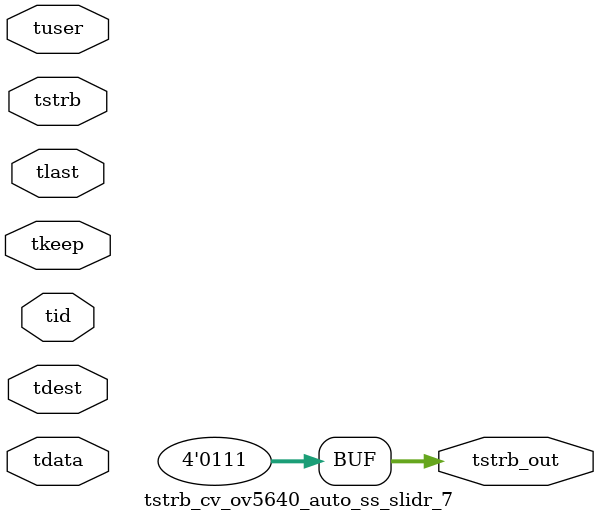
<source format=v>


`timescale 1ps/1ps

module tstrb_cv_ov5640_auto_ss_slidr_7 #
(
parameter C_S_AXIS_TDATA_WIDTH = 32,
parameter C_S_AXIS_TUSER_WIDTH = 0,
parameter C_S_AXIS_TID_WIDTH   = 0,
parameter C_S_AXIS_TDEST_WIDTH = 0,
parameter C_M_AXIS_TDATA_WIDTH = 32
)
(
input  [(C_S_AXIS_TDATA_WIDTH == 0 ? 1 : C_S_AXIS_TDATA_WIDTH)-1:0     ] tdata,
input  [(C_S_AXIS_TUSER_WIDTH == 0 ? 1 : C_S_AXIS_TUSER_WIDTH)-1:0     ] tuser,
input  [(C_S_AXIS_TID_WIDTH   == 0 ? 1 : C_S_AXIS_TID_WIDTH)-1:0       ] tid,
input  [(C_S_AXIS_TDEST_WIDTH == 0 ? 1 : C_S_AXIS_TDEST_WIDTH)-1:0     ] tdest,
input  [(C_S_AXIS_TDATA_WIDTH/8)-1:0 ] tkeep,
input  [(C_S_AXIS_TDATA_WIDTH/8)-1:0 ] tstrb,
input                                                                    tlast,
output [(C_M_AXIS_TDATA_WIDTH/8)-1:0 ] tstrb_out
);

assign tstrb_out = {3'b111};

endmodule


</source>
